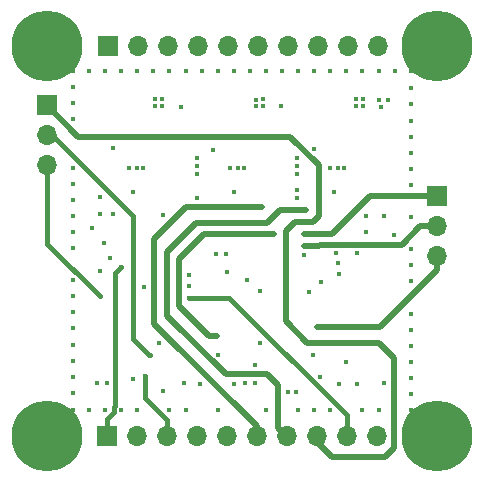
<source format=gtl>
%TF.GenerationSoftware,KiCad,Pcbnew,(6.0.6)*%
%TF.CreationDate,2022-07-20T12:02:56+02:00*%
%TF.ProjectId,low_freq_board,6c6f775f-6672-4657-915f-626f6172642e,rev?*%
%TF.SameCoordinates,PX4f27ac0PY57bcf00*%
%TF.FileFunction,Copper,L1,Top*%
%TF.FilePolarity,Positive*%
%FSLAX46Y46*%
G04 Gerber Fmt 4.6, Leading zero omitted, Abs format (unit mm)*
G04 Created by KiCad (PCBNEW (6.0.6)) date 2022-07-20 12:02:56*
%MOMM*%
%LPD*%
G01*
G04 APERTURE LIST*
%TA.AperFunction,ComponentPad*%
%ADD10R,1.700000X1.700000*%
%TD*%
%TA.AperFunction,ComponentPad*%
%ADD11O,1.700000X1.700000*%
%TD*%
%TA.AperFunction,ComponentPad*%
%ADD12C,6.000000*%
%TD*%
%TA.AperFunction,ViaPad*%
%ADD13C,0.450000*%
%TD*%
%TA.AperFunction,Conductor*%
%ADD14C,0.508000*%
%TD*%
%TA.AperFunction,Conductor*%
%ADD15C,0.381000*%
%TD*%
G04 APERTURE END LIST*
D10*
%TO.P,J3,1,Pin_1*%
%TO.N,Vtune1*%
X8569997Y3499999D03*
D11*
%TO.P,J3,2,Pin_2*%
%TO.N,2V75*%
X11109997Y3499999D03*
%TO.P,J3,3,Pin_3*%
%TO.N,Vtune2*%
X13649997Y3499999D03*
%TO.P,J3,4,Pin_4*%
%TO.N,2V5*%
X16189997Y3499999D03*
%TO.P,J3,5,Pin_5*%
%TO.N,P{slash}L power*%
X18729997Y3499999D03*
%TO.P,J3,6,Pin_6*%
%TO.N,LEE1_Vcc*%
X21269997Y3499999D03*
%TO.P,J3,7,Pin_7*%
%TO.N,LEE2_Vcc*%
X23809997Y3499999D03*
%TO.P,J3,8,Pin_8*%
%TO.N,3V*%
X26349997Y3499999D03*
%TO.P,J3,9,Pin_9*%
%TO.N,RSSI*%
X28889997Y3499999D03*
%TO.P,J3,10,Pin_10*%
%TO.N,GND*%
X31429997Y3499999D03*
%TD*%
D12*
%TO.P,H1,1,1*%
%TO.N,GND*%
X3500001Y36500003D03*
%TD*%
%TO.P,H3,1,1*%
%TO.N,GND*%
X3500001Y3500001D03*
%TD*%
D10*
%TO.P,J4,1,Pin_1*%
%TO.N,3V*%
X3500000Y31500000D03*
D11*
%TO.P,J4,2,Pin_2*%
%TO.N,ADC_PL2*%
X3500000Y28960000D03*
%TO.P,J4,3,Pin_3*%
%TO.N,DAC_PL2*%
X3500000Y26420000D03*
%TD*%
D10*
%TO.P,J1,1,Pin_1*%
%TO.N,SDA*%
X8700000Y36500000D03*
D11*
%TO.P,J1,2,Pin_2*%
%TO.N,SCL*%
X11240000Y36500000D03*
%TO.P,J1,3,Pin_3*%
%TO.N,GND*%
X13780000Y36500000D03*
%TO.P,J1,4,Pin_4*%
%TO.N,unconnected-(J1-Pad4)*%
X16320000Y36500000D03*
%TO.P,J1,5,Pin_5*%
%TO.N,unconnected-(J1-Pad5)*%
X18860000Y36500000D03*
%TO.P,J1,6,Pin_6*%
%TO.N,unconnected-(J1-Pad6)*%
X21400000Y36500000D03*
%TO.P,J1,7,Pin_7*%
%TO.N,unconnected-(J1-Pad7)*%
X23940000Y36500000D03*
%TO.P,J1,8,Pin_8*%
%TO.N,unconnected-(J1-Pad8)*%
X26480000Y36500000D03*
%TO.P,J1,9,Pin_9*%
%TO.N,unconnected-(J1-Pad9)*%
X29020000Y36500000D03*
%TO.P,J1,10,Pin_10*%
%TO.N,unconnected-(J1-Pad10)*%
X31560000Y36500000D03*
%TD*%
D12*
%TO.P,H4,1,1*%
%TO.N,GND*%
X36500003Y3500001D03*
%TD*%
%TO.P,H2,1,1*%
%TO.N,GND*%
X36500003Y36500003D03*
%TD*%
D10*
%TO.P,J2,1,Pin_1*%
%TO.N,LDO_extra1*%
X36500000Y23800000D03*
D11*
%TO.P,J2,2,Pin_2*%
%TO.N,LDO_extra2*%
X36500000Y21260000D03*
%TO.P,J2,3,Pin_3*%
%TO.N,2V7*%
X36500000Y18720000D03*
%TD*%
D13*
%TO.N,GND*%
X5700000Y13971440D03*
X5700000Y19419056D03*
X15500000Y17114202D03*
X24682893Y27067107D03*
X9100000Y22300000D03*
X5700000Y8523824D03*
X26650393Y8499607D03*
X15233328Y34400000D03*
X34300000Y11147616D03*
X31576176Y5700000D03*
X11642893Y26200000D03*
X34300000Y17957136D03*
X23274455Y31430307D03*
X27950000Y19000000D03*
X8423808Y34400000D03*
X23404752Y34400000D03*
X19650000Y26200000D03*
X18700000Y18900000D03*
X34300000Y32938080D03*
X34300000Y22042848D03*
X5700000Y23504768D03*
X5700000Y22142864D03*
X24682893Y26377107D03*
X13300000Y22200000D03*
X21150000Y7950000D03*
X27450000Y26200000D03*
X19350000Y7947107D03*
X5700000Y5700000D03*
X31576176Y34400000D03*
X24766656Y5700000D03*
X34300000Y12509520D03*
X16450000Y7900000D03*
X34300000Y24766656D03*
X20451769Y16695983D03*
X5700000Y30314288D03*
X22042848Y5700000D03*
X5700000Y24866672D03*
X16595232Y34400000D03*
X17957136Y34400000D03*
X28642893Y26200000D03*
X13871424Y5700000D03*
X28100000Y26200000D03*
X5700000Y31676192D03*
X5700000Y11247632D03*
X7982893Y22327107D03*
X17569455Y27727807D03*
X34300000Y31576176D03*
X30490393Y20749607D03*
X34300000Y13871424D03*
X27490464Y5700000D03*
X24766656Y34400000D03*
X24682893Y25687107D03*
X16242893Y26367107D03*
X15233328Y5700000D03*
X30214272Y34400000D03*
X12980393Y11344607D03*
X5700000Y12609536D03*
X34300000Y7061904D03*
X9785712Y34400000D03*
X22042848Y34400000D03*
X34300000Y19319040D03*
X7740393Y7974607D03*
X34300000Y28852368D03*
X34300000Y26128560D03*
X7061904Y34400000D03*
X19000000Y26200000D03*
X16242893Y27057107D03*
X32000000Y8000000D03*
X14807893Y31327107D03*
X32900000Y20550000D03*
X28190393Y7939607D03*
X32938080Y34400000D03*
X29730393Y7889607D03*
X5700000Y33038096D03*
X34300000Y30214272D03*
X8000000Y17500000D03*
X8300000Y19850000D03*
X15070393Y7994607D03*
X24662893Y23660000D03*
X28852368Y34400000D03*
X7982893Y23707107D03*
X34300000Y9785712D03*
X26128560Y5700000D03*
X16242893Y25677107D03*
X5700000Y7161920D03*
X25300000Y18800000D03*
X7061904Y5700000D03*
X32362893Y31967107D03*
X34300000Y34400000D03*
X19319040Y34400000D03*
X20300000Y7950000D03*
X25650393Y15659607D03*
X10750000Y8300000D03*
X11147616Y34400000D03*
X34300000Y8423808D03*
X20680944Y34400000D03*
X23900000Y7250000D03*
X5700000Y34400000D03*
X34300000Y16595232D03*
X5700000Y9885728D03*
X8423808Y5700000D03*
X9785712Y5700000D03*
X18746500Y17400000D03*
X31778343Y31374607D03*
X7300000Y21100000D03*
X5700000Y16695248D03*
X34300000Y27490464D03*
X32000000Y22150000D03*
X5700000Y20780960D03*
X20192893Y26200000D03*
X34300000Y5700000D03*
X5700000Y15333344D03*
X17957136Y5700000D03*
X31582893Y31967107D03*
X5700000Y26228576D03*
X11750000Y16100000D03*
X17800000Y18900000D03*
X9088855Y27880819D03*
X28250000Y17250000D03*
X26080393Y27839607D03*
X10450000Y26200000D03*
X27490464Y34400000D03*
X16212893Y23657107D03*
X30214272Y5700000D03*
X13871424Y34400000D03*
X26128560Y34400000D03*
X24662893Y24350000D03*
X11147616Y5700000D03*
X24600000Y7250000D03*
X12509520Y34400000D03*
X11100000Y26200000D03*
X30500000Y22150000D03*
%TO.N,LEE1_Vcc*%
X21700000Y22900000D03*
%TO.N,LEE2_Vcc*%
X25450000Y22600000D03*
%TO.N,3V*%
X29730393Y11400000D03*
%TO.N,2V75*%
X29750393Y18979607D03*
%TO.N,2V7*%
X26400000Y12714607D03*
%TO.N,2V5*%
X21535393Y11379607D03*
%TO.N,Vtune1*%
X9800000Y17800000D03*
%TO.N,P{slash}L power*%
X8570393Y7964607D03*
X29695393Y31416274D03*
X28820393Y9729607D03*
X21749463Y31419479D03*
X21112893Y9537107D03*
X21169463Y31992813D03*
X12642893Y32020441D03*
X27830393Y24179607D03*
X21169463Y31409480D03*
X13222893Y31447107D03*
X21749463Y32002813D03*
X26030393Y10389607D03*
X29695393Y31999607D03*
X28150000Y18159607D03*
X10812893Y24197107D03*
X19296705Y24162907D03*
X12642893Y31437108D03*
X18000000Y10400000D03*
X13350000Y7300000D03*
X30275393Y32009607D03*
X15500000Y16200000D03*
X8850000Y18600000D03*
X30275393Y31426273D03*
X13222893Y32030441D03*
X21572893Y15797107D03*
X26665393Y16539607D03*
%TO.N,ADC_PL2*%
X12260393Y10334607D03*
%TO.N,DAC_PL2*%
X7950000Y15350000D03*
%TO.N,LDO_extra1*%
X17900393Y11954607D03*
X25300000Y20600000D03*
X22700000Y20600000D03*
%TO.N,LDO_extra2*%
X25300000Y19600000D03*
%TO.N,RSSI*%
X15500000Y15200000D03*
%TO.N,Vtune2*%
X11800000Y8600000D03*
%TD*%
D14*
%TO.N,LEE2_Vcc*%
X23100000Y4209996D02*
X23809997Y3499999D01*
X23100000Y7800000D02*
X23100000Y4209996D01*
X18650000Y8750000D02*
X22150000Y8750000D01*
X13700000Y13700000D02*
X18650000Y8750000D01*
X13700000Y19100000D02*
X13700000Y13700000D01*
X22150000Y8750000D02*
X23100000Y7800000D01*
X16150000Y21550000D02*
X13700000Y19100000D01*
X25450000Y22600000D02*
X23200000Y22600000D01*
X23200000Y22600000D02*
X22150000Y21550000D01*
X22150000Y21550000D02*
X16150000Y21550000D01*
%TO.N,3V*%
X6150000Y28850000D02*
X3500000Y31500000D01*
X26500000Y26459748D02*
X24109748Y28850000D01*
X23750000Y20900000D02*
X24500000Y21650000D01*
X23750000Y13200000D02*
X23750000Y20900000D01*
X24500000Y21650000D02*
X26000000Y21650000D01*
X25550000Y11400000D02*
X23750000Y13200000D01*
X26000000Y21650000D02*
X26500000Y22150000D01*
X29730393Y11400000D02*
X25550000Y11400000D01*
X26500000Y22150000D02*
X26500000Y26459748D01*
X24109748Y28850000D02*
X6150000Y28850000D01*
D15*
%TO.N,Vtune1*%
X9170212Y5520212D02*
X8569997Y4919997D01*
X9170212Y5954949D02*
X9170212Y5520212D01*
X9300000Y6084737D02*
X9170212Y5954949D01*
X8569997Y4919997D02*
X8569997Y3499999D01*
X9300000Y17300000D02*
X9300000Y6084737D01*
X9800000Y17800000D02*
X9300000Y17300000D01*
D14*
%TO.N,LEE1_Vcc*%
X15300000Y22900000D02*
X12600000Y20200000D01*
X21700000Y22900000D02*
X15300000Y22900000D01*
X12600000Y20200000D02*
X12600000Y13000000D01*
X21269997Y4330003D02*
X21269997Y3499999D01*
X12600000Y13000000D02*
X21269997Y4330003D01*
%TO.N,3V*%
X29730393Y11400000D02*
X31600000Y11400000D01*
X27650000Y1700000D02*
X26349997Y3000003D01*
X32100000Y1700000D02*
X27650000Y1700000D01*
X32900000Y2500000D02*
X32100000Y1700000D01*
X26349997Y3000003D02*
X26349997Y3499999D01*
X31600000Y11400000D02*
X32900000Y10100000D01*
X32900000Y10100000D02*
X32900000Y2500000D01*
%TO.N,2V7*%
X36500000Y17550000D02*
X36500000Y18720000D01*
X31664607Y12714607D02*
X36500000Y17550000D01*
X26400000Y12714607D02*
X31664607Y12714607D01*
D15*
%TO.N,ADC_PL2*%
X10750000Y22150000D02*
X10750000Y11750000D01*
X3940000Y28960000D02*
X10750000Y22150000D01*
X10750000Y11750000D02*
X12165393Y10334607D01*
X3500000Y28960000D02*
X3940000Y28960000D01*
X12165393Y10334607D02*
X12260393Y10334607D01*
%TO.N,DAC_PL2*%
X7950000Y15350000D02*
X3500000Y19800000D01*
X3500000Y19800000D02*
X3500000Y26420000D01*
D14*
%TO.N,LDO_extra1*%
X27650000Y20600000D02*
X30850000Y23800000D01*
X16800000Y20600000D02*
X14700000Y18500000D01*
X30850000Y23800000D02*
X36500000Y23800000D01*
X14700000Y14500000D02*
X17245393Y11954607D01*
X22700000Y20600000D02*
X16800000Y20600000D01*
X14700000Y18500000D02*
X14700000Y14500000D01*
X25300000Y20600000D02*
X27650000Y20600000D01*
X17245393Y11954607D02*
X17900393Y11954607D01*
%TO.N,LDO_extra2*%
X33550000Y19700000D02*
X35110000Y21260000D01*
X26500000Y19600000D02*
X26600000Y19700000D01*
X35110000Y21260000D02*
X36500000Y21260000D01*
X26600000Y19700000D02*
X33550000Y19700000D01*
X25300000Y19600000D02*
X26500000Y19600000D01*
D15*
%TO.N,RSSI*%
X18950000Y15200000D02*
X28889997Y5260003D01*
X15500000Y15200000D02*
X18950000Y15200000D01*
X28889997Y5260003D02*
X28889997Y3499999D01*
%TO.N,Vtune2*%
X11800000Y8600000D02*
X11800000Y6700000D01*
X13649997Y4850003D02*
X13649997Y3499999D01*
X11800000Y6700000D02*
X13649997Y4850003D01*
%TD*%
M02*

</source>
